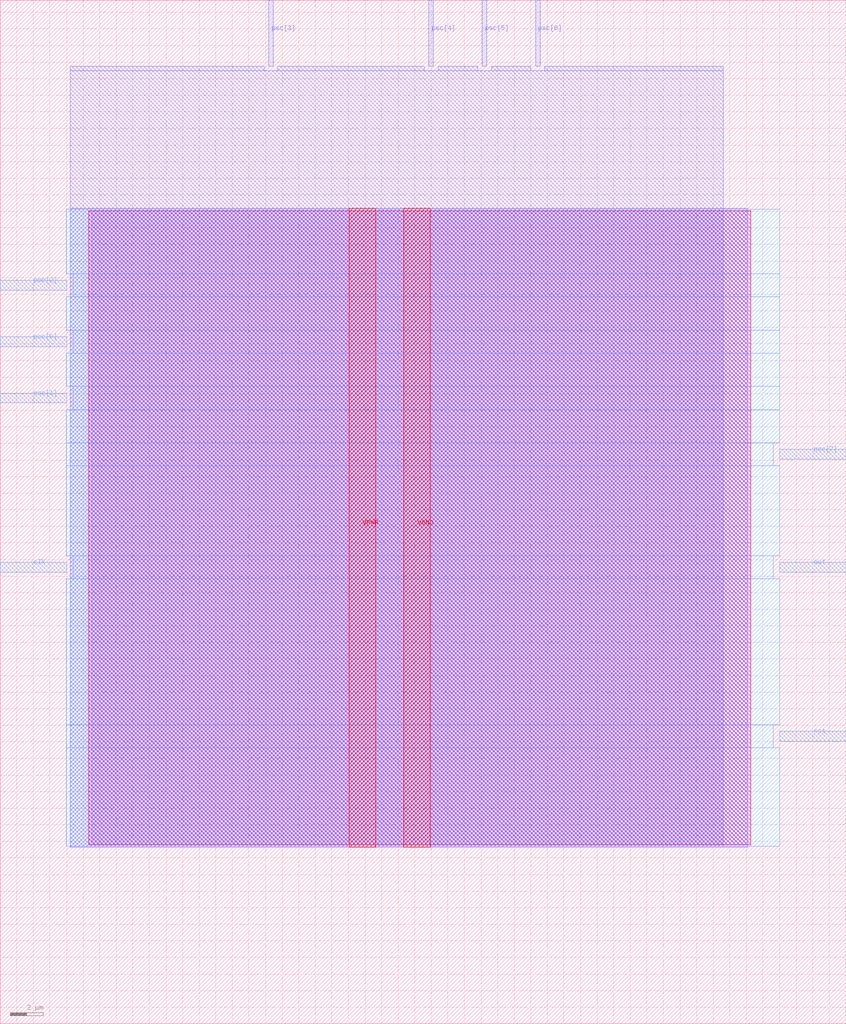
<source format=lef>
VERSION 5.7 ;
  NOWIREEXTENSIONATPIN ON ;
  DIVIDERCHAR "/" ;
  BUSBITCHARS "[]" ;
MACRO freq_psc
  CLASS BLOCK ;
  FOREIGN freq_psc ;
  ORIGIN 0.000 0.000 ;
  SIZE 51.025 BY 61.745 ;
  PIN VGND
    DIRECTION INOUT ;
    USE GROUND ;
    PORT
      LAYER met4 ;
        RECT 24.340 10.640 25.940 49.200 ;
    END
  END VGND
  PIN VPWR
    DIRECTION INOUT ;
    USE POWER ;
    PORT
      LAYER met4 ;
        RECT 21.040 10.640 22.640 49.200 ;
    END
  END VPWR
  PIN clk
    DIRECTION INPUT ;
    USE SIGNAL ;
    ANTENNAGATEAREA 0.852000 ;
    PORT
      LAYER met3 ;
        RECT 0.000 27.240 4.000 27.840 ;
    END
  END clk
  PIN out
    DIRECTION OUTPUT ;
    USE SIGNAL ;
    ANTENNADIFFAREA 0.445500 ;
    PORT
      LAYER met3 ;
        RECT 47.025 27.240 51.025 27.840 ;
    END
  END out
  PIN psc[0]
    DIRECTION INPUT ;
    USE SIGNAL ;
    ANTENNAGATEAREA 0.196500 ;
    PORT
      LAYER met3 ;
        RECT 0.000 40.840 4.000 41.440 ;
    END
  END psc[0]
  PIN psc[1]
    DIRECTION INPUT ;
    USE SIGNAL ;
    ANTENNAGATEAREA 0.126000 ;
    PORT
      LAYER met3 ;
        RECT 0.000 37.440 4.000 38.040 ;
    END
  END psc[1]
  PIN psc[2]
    DIRECTION INPUT ;
    USE SIGNAL ;
    ANTENNAGATEAREA 0.196500 ;
    PORT
      LAYER met3 ;
        RECT 0.000 44.240 4.000 44.840 ;
    END
  END psc[2]
  PIN psc[3]
    DIRECTION INPUT ;
    USE SIGNAL ;
    ANTENNAGATEAREA 0.196500 ;
    PORT
      LAYER met2 ;
        RECT 16.190 57.745 16.470 61.745 ;
    END
  END psc[3]
  PIN psc[4]
    DIRECTION INPUT ;
    USE SIGNAL ;
    ANTENNAGATEAREA 0.196500 ;
    PORT
      LAYER met2 ;
        RECT 25.850 57.745 26.130 61.745 ;
    END
  END psc[4]
  PIN psc[5]
    DIRECTION INPUT ;
    USE SIGNAL ;
    ANTENNAGATEAREA 0.196500 ;
    PORT
      LAYER met2 ;
        RECT 29.070 57.745 29.350 61.745 ;
    END
  END psc[5]
  PIN psc[6]
    DIRECTION INPUT ;
    USE SIGNAL ;
    ANTENNAGATEAREA 0.196500 ;
    PORT
      LAYER met2 ;
        RECT 32.290 57.745 32.570 61.745 ;
    END
  END psc[6]
  PIN psc[7]
    DIRECTION INPUT ;
    USE SIGNAL ;
    ANTENNAGATEAREA 0.126000 ;
    PORT
      LAYER met3 ;
        RECT 47.025 34.040 51.025 34.640 ;
    END
  END psc[7]
  PIN rst
    DIRECTION INPUT ;
    USE SIGNAL ;
    ANTENNAGATEAREA 0.126000 ;
    PORT
      LAYER met3 ;
        RECT 47.025 17.040 51.025 17.640 ;
    END
  END rst
  OBS
      LAYER nwell ;
        RECT 5.330 10.795 45.270 49.045 ;
      LAYER li1 ;
        RECT 5.520 10.795 45.080 49.045 ;
      LAYER met1 ;
        RECT 4.210 10.640 45.080 49.200 ;
      LAYER met2 ;
        RECT 4.230 57.465 15.910 57.745 ;
        RECT 16.750 57.465 25.570 57.745 ;
        RECT 26.410 57.465 28.790 57.745 ;
        RECT 29.630 57.465 32.010 57.745 ;
        RECT 32.850 57.465 43.610 57.745 ;
        RECT 4.230 10.695 43.610 57.465 ;
      LAYER met3 ;
        RECT 3.990 45.240 47.025 49.125 ;
        RECT 4.400 43.840 47.025 45.240 ;
        RECT 3.990 41.840 47.025 43.840 ;
        RECT 4.400 40.440 47.025 41.840 ;
        RECT 3.990 38.440 47.025 40.440 ;
        RECT 4.400 37.040 47.025 38.440 ;
        RECT 3.990 35.040 47.025 37.040 ;
        RECT 3.990 33.640 46.625 35.040 ;
        RECT 3.990 28.240 47.025 33.640 ;
        RECT 4.400 26.840 46.625 28.240 ;
        RECT 3.990 18.040 47.025 26.840 ;
        RECT 3.990 16.640 46.625 18.040 ;
        RECT 3.990 10.715 47.025 16.640 ;
  END
END freq_psc
END LIBRARY


</source>
